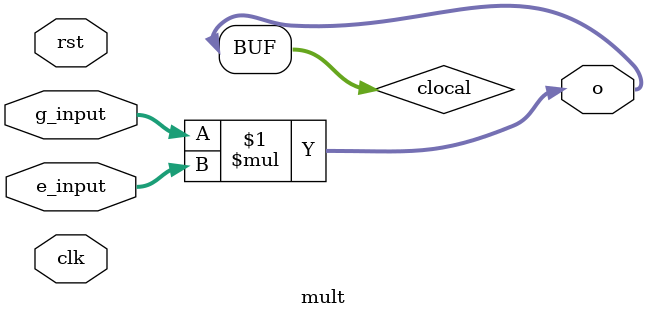
<source format=v>
`timescale 1ns / 1ps

module mult
#(
  parameter N=128,
  parameter CC=1
)
( 
  clk,
  rst,
  g_input,
  e_input,
  o
);
  input  clk;
  input  rst;
  input  [N-1:0] g_input;
  input  [N/CC-1:0] e_input;
  output [2*N-1:0] o;
  
  reg [2*N-1:0] sreg;
  wire [2*N-1:0] swire;

  wire [N+N/CC-1:0] clocal;

  assign clocal = g_input*e_input;

  // MULT 
  // #(
  //   .N(N), 
  //   .M(N/CC)
  // ) u_MULT ( 
  //   .A(g_input),
  //   .B(e_input),
  //   .O(clocal)
  // );  



  generate
  if(CC>1) begin:g1
    assign swire  = sreg + {clocal,{(N-N/CC){1'b0}}};
  end 
  endgenerate

  generate
  if(CC>1) begin:g2
    always@(posedge clk or posedge rst) begin
      if(rst) begin
        sreg <= 'b0;
      end else begin
        sreg <= {{N/CC{1'b0}},swire[2*N-1:N/CC]};     
      end
    end
  end
  endgenerate

  generate 
  if(CC>1) begin :g3
    assign o = swire;
  end else begin :g4
    assign o = clocal;
  end
  endgenerate
endmodule

</source>
